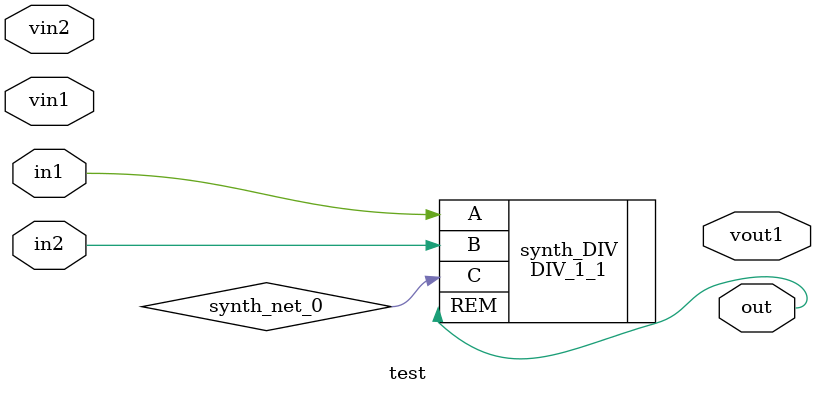
<source format=v>
module test(out, in1, in2, vin1, vin2, vout1);

output wire out;
input wire in1;
input wire in2;
input wire [1:0]vin1;
input wire [2:0]vin2;
output wire [3:0]vout1;
wire synth_net_0;
wire synth_net_1;
wire synth_net_2;
wire synth_net_3;
wire synth_net_8;
wire synth_net_9;
wire synth_net_10;
wire synth_net_11;
DIV_1_1 synth_DIV(.REM(out), .C(synth_net_0), .A(in1), .B(in2));
GND_0_1 synth_GND(.OUT(synth_net_1));
GND_0_1 synth_GND_0(.OUT(synth_net_2));
GND_0_1 synth_GND_1(.OUT(synth_net_3));
DIV_4_4 synth_DIV_0(.REM({synth_net_4, synth_net_5, synth_net_6, synth_net_7}), 
    .C({synth_net_8, synth_net_9, synth_net_10, synth_net_11}), .A(
    {synth_net_1, synth_net_2, vin1[1], vin1[0]}), .B(
    {synth_net_3, vin2[2], vin2[1], vin2[0]}));
endmodule

</source>
